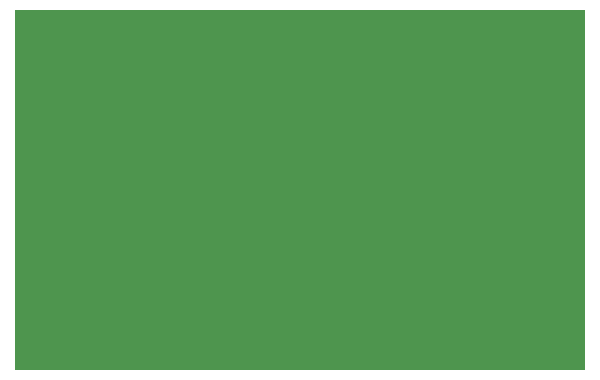
<source format=gbr>
G04 DipTrace 2.4.0.2*
%INBoard.gbr*%
%MOIN*%
%ADD11C,0.0055*%
%FSLAX44Y44*%
G04*
G70*
G90*
G75*
G01*
%LNBoardPoly*%
%LPD*%
G36*
X3937Y3937D2*
D11*
X22937D1*
Y15937D1*
X3937D1*
Y3937D1*
G37*
M02*

</source>
